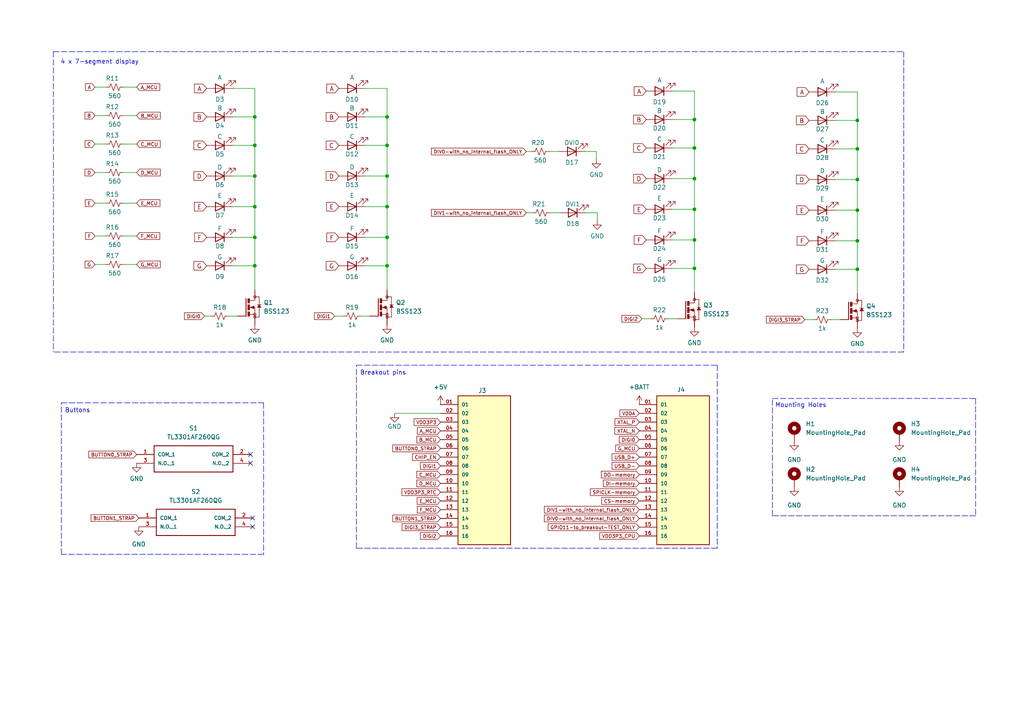
<source format=kicad_sch>
(kicad_sch (version 20211123) (generator eeschema)
  (paper "A4")
  (title_block (title "Peripherals for the watch") (date "2022-07-06") (rev "v0.1") (company "Lilordag"))
  (lib_symbols
    (symbol "BSS123:BSS123" (pin_numbers hide) (pin_names (offset 1.016) hide)
      (property "Reference" "Q" (at 2.54 0 0))
      (property "Value" "BSS123" (at 2.54 -2.54 0))
      (symbol "BSS123_0_0"
        (rectangle (start -2.032 -2.54) (end -1.524 -1.27) (fill (type outline)))
        (rectangle (start -2.032 -0.762) (end -1.524 0.762) (fill (type outline)))
        (rectangle (start -2.032 1.27) (end -1.524 2.54) (fill (type outline)))
        (circle (center 0 -2.794) (radius 0.3556))
        (circle (center 0 -2.032) (radius 0.3556))
        (polyline (pts (xy -2.54 2.54) (xy -2.54 -2.54)) (stroke (width 0.254)))
        (polyline (pts (xy -1.524 -2.032) (xy 0 -2.032)) (stroke (width 0.1524)))
        (polyline (pts (xy -1.524 0) (xy -1.27 0)) (stroke (width 0.1524)))
        (polyline (pts (xy -1.524 2.032) (xy 0 2.032)) (stroke (width 0.1524)))
        (polyline (pts (xy -1.27 0) (xy -1.016 0)) (stroke (width 0.1524)))
        (polyline (pts (xy -1.27 0) (xy -0.254 0.381)) (stroke (width 0.1524)))
        (polyline (pts (xy -1.016 0) (xy -0.889 0)) (stroke (width 0.1524)))
        (polyline (pts (xy -1.016 0) (xy -0.381 -0.254)) (stroke (width 0.254)))
        (polyline (pts (xy -0.889 0) (xy 0 0)) (stroke (width 0.1524)))
        (polyline (pts (xy -0.381 -0.254) (xy -0.381 0.254)) (stroke (width 0.254)))
        (polyline (pts (xy -0.381 0.254) (xy -0.889 0)) (stroke (width 0.254)))
        (polyline (pts (xy -0.254 -0.381) (xy -1.27 0)) (stroke (width 0.1524)))
        (polyline (pts (xy -0.254 0.381) (xy -0.254 -0.381)) (stroke (width 0.1524)))
        (polyline (pts (xy 0 -2.032) (xy 0 -2.794)) (stroke (width 0.1524)))
        (polyline (pts (xy 0 0) (xy 0 -2.032)) (stroke (width 0.1524)))
        (polyline (pts (xy 0 2.032) (xy 0 2.54)) (stroke (width 0.1524)))
        (polyline (pts (xy 0 3.048) (xy 1.27 3.048)) (stroke (width 0.1524)))
        (polyline (pts (xy 0.762 0) (xy 1.27 0.762)) (stroke (width 0.1524)))
        (polyline (pts (xy 1.016 0.127) (xy 1.524 0.127)) (stroke (width 0.254)))
        (polyline (pts (xy 1.27 -2.794) (xy 0 -2.794)) (stroke (width 0.1524)))
        (polyline (pts (xy 1.27 0.508) (xy 1.016 0.127)) (stroke (width 0.254)))
        (polyline (pts (xy 1.27 0.508) (xy 1.27 -2.794)) (stroke (width 0.1524)))
        (polyline (pts (xy 1.27 0.762) (xy 1.27 0.508)) (stroke (width 0.1524)))
        (polyline (pts (xy 1.27 0.762) (xy 1.778 0)) (stroke (width 0.1524)))
        (polyline (pts (xy 1.27 3.048) (xy 1.27 0.762)) (stroke (width 0.1524)))
        (polyline (pts (xy 1.524 0.127) (xy 1.27 0.508)) (stroke (width 0.254)))
        (polyline (pts (xy 1.778 0) (xy 0.762 0)) (stroke (width 0.1524)))
        (polyline (pts (xy 1.778 0.762) (xy 0.762 0.762)) (stroke (width 0.1524)))
        (circle (center 0 3.048) (radius 0.3556))
        (pin passive line (at -5.08 -2.54 0) (length 2.54) (name "~") (number "1"))
        (pin passive line (at 0 -5.08 90) (length 2.54) (name "~") (number "2"))
        (pin passive line (at 0 5.08 270) (length 2.54) (name "~") (number "3"))
      )
    )
    (symbol "Device:LED" (pin_numbers hide) (pin_names (offset 1.016) hide)
      (property "Reference" "D" (at 0 2.54 0))
      (property "Value" "LED" (at 0 -2.54 0))
      (symbol "LED_0_1"
        (polyline (pts (xy -1.27 -1.27) (xy -1.27 1.27)) (stroke (width 0.254)))
        (polyline (pts (xy -1.27 0) (xy 1.27 0)))
        (polyline (pts (xy 1.27 -1.27) (xy 1.27 1.27) (xy -1.27 0) (xy 1.27 -1.27)) (stroke (width 0.254)))
        (polyline (pts (xy -3.048 -0.762) (xy -4.572 -2.286) (xy -3.81 -2.286) (xy -4.572 -2.286) (xy -4.572 -1.524)))
        (polyline (pts (xy -1.778 -0.762) (xy -3.302 -2.286) (xy -2.54 -2.286) (xy -3.302 -2.286) (xy -3.302 -1.524)))
      )
      (symbol "LED_1_1"
        (pin passive line (at -3.81 0 0) (length 2.54) (name "K") (number "1"))
        (pin passive line (at 3.81 0 180) (length 2.54) (name "A") (number "2"))
      )
    )
    (symbol "Device:R_Small_US" (pin_numbers hide) (pin_names (offset 0.254) hide)
      (property "Reference" "R" (at 0.762 0.508 0))
      (property "Value" "R_Small_US" (at 0.762 -1.016 0))
      (symbol "R_Small_US_1_1"
        (polyline (pts (xy 0 0) (xy 1.016 -0.381) (xy 0 -0.762) (xy -1.016 -1.143) (xy 0 -1.524)))
        (polyline (pts (xy 0 1.524) (xy 1.016 1.143) (xy 0 0.762) (xy -1.016 0.381) (xy 0 0)))
        (pin passive line (at 0 2.54 270) (length 1.016) (name "~") (number "1"))
        (pin passive line (at 0 -2.54 90) (length 1.016) (name "~") (number "2"))
      )
    )
    (symbol "Mechanical:MountingHole_Pad" (pin_numbers hide) (pin_names (offset 1.016) hide)
      (property "Reference" "H" (at 0 6.35 0))
      (property "Value" "MountingHole_Pad" (at 0 4.445 0))
      (symbol "MountingHole_Pad_0_1"
        (circle (center 0 1.27) (radius 1.27) (stroke (width 1.27)))
      )
      (symbol "MountingHole_Pad_1_1"
        (pin input line (at 0 -2.54 90) (length 2.54) (name "1") (number "1"))
      )
    )
    (symbol "TL3301AF260QG:TL3301AF260QG" (pin_names (offset 1.016))
      (property "Reference" "S" (at 29.21 7.62 0))
      (property "Value" "TL3301AF260QG" (at 29.21 5.08 0))
      (symbol "TL3301AF260QG_0_0"
        (polyline (pts (xy 5.08 2.54) (xy 5.08 -5.08)) (stroke (width 0.254)))
        (polyline (pts (xy 5.08 2.54) (xy 27.94 2.54)) (stroke (width 0.254)))
        (polyline (pts (xy 27.94 -5.08) (xy 5.08 -5.08)) (stroke (width 0.254)))
        (polyline (pts (xy 27.94 -5.08) (xy 27.94 2.54)) (stroke (width 0.254)))
        (pin bidirectional line (at 0 0 0) (length 5.08) (name "COM_1") (number "1"))
        (pin bidirectional line (at 33.02 0 180) (length 5.08) (name "COM_2") (number "2"))
        (pin bidirectional line (at 0 -2.54 0) (length 5.08) (name "N.O._1") (number "3"))
        (pin bidirectional line (at 33.02 -2.54 180) (length 5.08) (name "N.O._2") (number "4"))
      )
    )
    (symbol "TSW-116-07-H-S:TSW-116-07-H-S" (pin_names (offset 1.016))
      (property "Reference" "J" (at -8.128 22.86 0))
      (property "Value" "TSW-116-07-H-S" (at -7.62 -22.86 0))
      (symbol "TSW-116-07-H-S_0_0"
        (rectangle (start -7.62 -20.32) (end 7.62 22.86) (stroke (width 0.254)) (fill (type background)))
        (pin passive line (at -12.7 20.32 0) (length 5.08) (name "01") (number "01"))
        (pin passive line (at -12.7 17.78 0) (length 5.08) (name "02") (number "02"))
        (pin passive line (at -12.7 15.24 0) (length 5.08) (name "03") (number "03"))
        (pin passive line (at -12.7 12.7 0) (length 5.08) (name "04") (number "04"))
        (pin passive line (at -12.7 10.16 0) (length 5.08) (name "05") (number "05"))
        (pin passive line (at -12.7 7.62 0) (length 5.08) (name "06") (number "06"))
        (pin passive line (at -12.7 5.08 0) (length 5.08) (name "07") (number "07"))
        (pin passive line (at -12.7 2.54 0) (length 5.08) (name "08") (number "08"))
        (pin passive line (at -12.7 0 0) (length 5.08) (name "09") (number "09"))
        (pin passive line (at -12.7 -2.54 0) (length 5.08) (name "10") (number "10"))
        (pin passive line (at -12.7 -5.08 0) (length 5.08) (name "11") (number "11"))
        (pin passive line (at -12.7 -7.62 0) (length 5.08) (name "12") (number "12"))
        (pin passive line (at -12.7 -10.16 0) (length 5.08) (name "13") (number "13"))
        (pin passive line (at -12.7 -12.7 0) (length 5.08) (name "14") (number "14"))
        (pin passive line (at -12.7 -15.24 0) (length 5.08) (name "15") (number "15"))
        (pin passive line (at -12.7 -17.78 0) (length 5.08) (name "16") (number "16"))
      )
    )
    (symbol "power:+5V" (power) (pin_names (offset 0))
      (property "Value" "+5V" (at 0 3.556 0))
      (symbol "+5V_0_1"
        (polyline (pts (xy -0.762 1.27) (xy 0 2.54)))
        (polyline (pts (xy 0 0) (xy 0 2.54)))
        (polyline (pts (xy 0 2.54) (xy 0.762 1.27)))
      )
      (symbol "+5V_1_1"
        (pin power_in line (at 0 0 90) (length 0) hide (name "+5V") (number "1"))
      )
    )
    (symbol "power:+BATT" (power) (pin_names (offset 0))
      (property "Value" "+BATT" (at 0 3.556 0))
      (symbol "+BATT_0_1"
        (polyline (pts (xy -0.762 1.27) (xy 0 2.54)))
        (polyline (pts (xy 0 0) (xy 0 2.54)))
        (polyline (pts (xy 0 2.54) (xy 0.762 1.27)))
      )
      (symbol "+BATT_1_1"
        (pin power_in line (at 0 0 90) (length 0) hide (name "+BATT") (number "1"))
      )
    )
    (symbol "power:GND" (power) (pin_names (offset 0))
      (property "Value" "GND" (at 0 -3.81 0))
      (symbol "GND_0_1"
        (polyline (pts (xy 0 0) (xy 0 -1.27) (xy 1.27 -1.27) (xy 0 -2.54) (xy -1.27 -1.27) (xy 0 -1.27)))
      )
      (symbol "GND_1_1"
        (pin power_in line (at 0 0 270) (length 0) hide (name "GND") (number "1"))
      )
    )
  )
  (junction (at 73.914 68.834))
  (junction (at 73.914 59.944))
  (junction (at 73.914 33.909))
  (junction (at 73.914 51.054))
  (junction (at 201.422 60.706))
  (junction (at 248.666 52.07))
  (junction (at 112.268 77.089))
  (junction (at 201.422 42.926))
  (junction (at 248.666 78.105))
  (junction (at 112.268 68.834))
  (junction (at 112.268 42.164))
  (junction (at 248.666 43.18))
  (junction (at 112.268 51.054))
  (junction (at 201.422 51.816))
  (junction (at 248.666 69.85))
  (junction (at 201.422 77.851))
  (junction (at 73.914 77.089))
  (junction (at 248.666 60.96))
  (junction (at 248.666 34.925))
  (junction (at 73.914 42.164))
  (junction (at 201.422 69.596))
  (junction (at 112.268 59.944))
  (junction (at 201.422 34.671))
  (junction (at 112.268 33.909))
  (no_connect (at 72.644 131.826))
  (no_connect (at 72.644 134.366))
  (no_connect (at 73.279 150.241))
  (no_connect (at 73.279 152.781))
  (wire (pts (xy 242.316 52.07) (xy 248.666 52.07)))
  (polyline (pts (xy 15.494 14.986) (xy 262.128 14.986)))
  (wire (pts (xy 201.422 77.851) (xy 201.422 84.836)))
  (wire (pts (xy 105.918 59.944) (xy 112.268 59.944)))
  (wire (pts (xy 105.918 68.834) (xy 112.268 68.834)))
  (wire (pts (xy 27.559 25.273) (xy 30.734 25.273)))
  (wire (pts (xy 67.564 51.054) (xy 73.914 51.054)))
  (wire (pts (xy 242.316 26.67) (xy 248.666 26.67)))
  (wire (pts (xy 112.268 51.054) (xy 112.268 59.944)))
  (wire (pts (xy 112.268 59.944) (xy 112.268 68.834)))
  (wire (pts (xy 67.564 33.909) (xy 73.914 33.909)))
  (wire (pts (xy 112.268 33.909) (xy 112.268 42.164)))
  (wire (pts (xy 201.422 34.671) (xy 201.422 42.926)))
  (wire (pts (xy 105.918 42.164) (xy 112.268 42.164)))
  (wire (pts (xy 112.268 42.164) (xy 112.268 51.054)))
  (polyline (pts (xy 208.026 105.918) (xy 208.026 159.004)))
  (wire (pts (xy 248.666 52.07) (xy 248.666 60.96)))
  (wire (pts (xy 195.072 69.596) (xy 201.422 69.596)))
  (polyline (pts (xy 224.028 149.606) (xy 224.028 115.57)))
  (wire (pts (xy 201.422 69.596) (xy 201.422 77.851)))
  (polyline (pts (xy 17.78 116.84) (xy 76.454 116.84)))
  (wire (pts (xy 233.426 92.71) (xy 235.966 92.71)))
  (wire (pts (xy 73.914 51.054) (xy 73.914 59.944)))
  (polyline (pts (xy 76.454 160.782) (xy 17.78 160.782)))
  (wire (pts (xy 112.268 77.089) (xy 112.268 84.074)))
  (wire (pts (xy 241.046 92.71) (xy 243.586 92.71)))
  (wire (pts (xy 105.918 25.654) (xy 112.268 25.654)))
  (wire (pts (xy 169.672 43.942) (xy 172.974 43.942)))
  (wire (pts (xy 248.666 43.18) (xy 248.666 52.07)))
  (wire (pts (xy 242.316 60.96) (xy 248.666 60.96)))
  (wire (pts (xy 27.559 58.928) (xy 30.734 58.928)))
  (wire (pts (xy 169.926 61.722) (xy 173.228 61.722)))
  (polyline (pts (xy 224.028 115.57) (xy 282.956 115.57)))
  (wire (pts (xy 35.814 58.928) (xy 39.624 58.928)))
  (wire (pts (xy 159.512 61.722) (xy 162.306 61.722)))
  (wire (pts (xy 195.072 60.706) (xy 201.422 60.706)))
  (wire (pts (xy 242.316 78.105) (xy 248.666 78.105)))
  (wire (pts (xy 73.914 25.654) (xy 73.914 33.909)))
  (wire (pts (xy 35.814 50.038) (xy 39.624 50.038)))
  (wire (pts (xy 73.914 33.909) (xy 73.914 42.164)))
  (wire (pts (xy 201.422 60.706) (xy 201.422 69.596)))
  (wire (pts (xy 105.918 33.909) (xy 112.268 33.909)))
  (wire (pts (xy 67.564 68.834) (xy 73.914 68.834)))
  (wire (pts (xy 35.814 33.528) (xy 39.624 33.528)))
  (wire (pts (xy 172.974 43.942) (xy 172.974 46.228)))
  (polyline (pts (xy 282.956 149.606) (xy 224.028 149.606)))
  (polyline (pts (xy 76.454 116.84) (xy 76.454 160.782)))
  (wire (pts (xy 35.814 41.783) (xy 39.624 41.783)))
  (wire (pts (xy 242.316 69.85) (xy 248.666 69.85)))
  (wire (pts (xy 195.072 26.416) (xy 201.422 26.416)))
  (wire (pts (xy 105.918 77.089) (xy 112.268 77.089)))
  (wire (pts (xy 248.666 78.105) (xy 248.666 85.09)))
  (polyline (pts (xy 262.128 102.108) (xy 15.494 102.108)))
  (wire (pts (xy 152.654 61.722) (xy 154.432 61.722)))
  (polyline (pts (xy 15.494 14.986) (xy 15.494 102.108)))
  (polyline (pts (xy 17.78 160.782) (xy 17.78 116.84)))
  (wire (pts (xy 73.914 68.834) (xy 73.914 77.089)))
  (wire (pts (xy 27.559 33.528) (xy 30.734 33.528)))
  (wire (pts (xy 67.564 42.164) (xy 73.914 42.164)))
  (wire (pts (xy 59.309 91.694) (xy 61.214 91.694)))
  (wire (pts (xy 105.918 51.054) (xy 112.268 51.054)))
  (wire (pts (xy 35.814 25.273) (xy 39.624 25.273)))
  (wire (pts (xy 27.559 41.783) (xy 30.734 41.783)))
  (wire (pts (xy 27.559 68.453) (xy 30.734 68.453)))
  (wire (pts (xy 242.316 34.925) (xy 248.666 34.925)))
  (wire (pts (xy 112.268 25.654) (xy 112.268 33.909)))
  (polyline (pts (xy 103.378 159.004) (xy 103.378 105.918)))
  (wire (pts (xy 248.666 34.925) (xy 248.666 43.18)))
  (wire (pts (xy 195.072 51.816) (xy 201.422 51.816)))
  (wire (pts (xy 186.182 92.456) (xy 188.722 92.456)))
  (wire (pts (xy 112.268 68.834) (xy 112.268 77.089)))
  (wire (pts (xy 195.072 77.851) (xy 201.422 77.851)))
  (wire (pts (xy 114.427 119.888) (xy 127.762 119.888)))
  (polyline (pts (xy 262.128 14.986) (xy 262.128 102.108)))
  (wire (pts (xy 193.802 92.456) (xy 196.342 92.456)))
  (wire (pts (xy 97.028 91.694) (xy 99.568 91.694)))
  (wire (pts (xy 195.072 34.671) (xy 201.422 34.671)))
  (wire (pts (xy 201.422 26.416) (xy 201.422 34.671)))
  (wire (pts (xy 248.666 69.85) (xy 248.666 78.105)))
  (polyline (pts (xy 282.956 115.57) (xy 282.956 149.606)))
  (wire (pts (xy 27.559 50.038) (xy 30.734 50.038)))
  (wire (pts (xy 195.072 42.926) (xy 201.422 42.926)))
  (wire (pts (xy 35.814 68.453) (xy 39.624 68.453)))
  (wire (pts (xy 152.654 43.942) (xy 154.178 43.942)))
  (wire (pts (xy 67.564 59.944) (xy 73.914 59.944)))
  (wire (pts (xy 73.914 77.089) (xy 73.914 84.074)))
  (wire (pts (xy 67.564 77.089) (xy 73.914 77.089)))
  (wire (pts (xy 27.559 76.708) (xy 30.734 76.708)))
  (wire (pts (xy 242.316 43.18) (xy 248.666 43.18)))
  (wire (pts (xy 73.914 59.944) (xy 73.914 68.834)))
  (wire (pts (xy 35.814 76.708) (xy 39.624 76.708)))
  (wire (pts (xy 66.294 91.694) (xy 68.834 91.694)))
  (wire (pts (xy 173.228 61.722) (xy 173.228 64.008)))
  (wire (pts (xy 104.648 91.694) (xy 107.188 91.694)))
  (wire (pts (xy 159.258 43.942) (xy 162.052 43.942)))
  (wire (pts (xy 248.666 26.67) (xy 248.666 34.925)))
  (wire (pts (xy 67.564 25.654) (xy 73.914 25.654)))
  (polyline (pts (xy 103.378 105.918) (xy 208.026 105.918)))
  (wire (pts (xy 248.666 60.96) (xy 248.666 69.85)))
  (wire (pts (xy 201.422 51.816) (xy 201.422 60.706)))
  (wire (pts (xy 201.422 42.926) (xy 201.422 51.816)))
  (polyline (pts (xy 208.026 159.004) (xy 103.378 159.004)))
  (wire (pts (xy 73.914 42.164) (xy 73.914 51.054)))
  (text "Breakout pins" (at 104.394 108.966 0) (effects (font (size 1.27 1.27)) (justify left bottom)))
  (text "4 x 7-segment display" (at 17.526 18.796 0) (effects (font (size 1.27 1.27)) (justify left bottom)))
  (text "Buttons" (at 18.796 119.888 0) (effects (font (size 1.27 1.27)) (justify left bottom)))
  (text "Mounting Holes" (at 224.79 118.364 0) (effects (font (size 1.27 1.27)) (justify left bottom)))
  (global_label "B" (shape input) (at 187.452 34.671 180) (property "Intersheet References" "${INTERSHEET_REFS}" (effects hide)))
  (global_label "VDDA" (shape input) (at 185.42 119.888 180) (effects (font (size 1 1))) (property "Intersheet References" "${INTERSHEET_REFS}" (effects hide)))
  (global_label "C" (shape input) (at 27.559 41.783 180) (effects (font (size 1 1))) (property "Intersheet References" "${INTERSHEET_REFS}" (effects hide)))
  (global_label "BUTTON1_STRAP" (shape input) (at 127.762 150.368 180) (effects (font (size 1 1))) (property "Intersheet References" "${INTERSHEET_REFS}" (effects hide)))
  (global_label "A" (shape input) (at 234.696 26.67 180) (property "Intersheet References" "${INTERSHEET_REFS}" (effects hide)))
  (global_label "B" (shape input) (at 234.696 34.925 180) (property "Intersheet References" "${INTERSHEET_REFS}" (effects hide)))
  (global_label "F" (shape input) (at 27.559 68.453 180) (effects (font (size 1 1))) (property "Intersheet References" "${INTERSHEET_REFS}" (effects hide)))
  (global_label "E" (shape input) (at 59.944 59.944 180) (property "Intersheet References" "${INTERSHEET_REFS}" (effects hide)))
  (global_label "G" (shape input) (at 98.298 77.089 180) (property "Intersheet References" "${INTERSHEET_REFS}" (effects hide)))
  (global_label "DIV1-with_no_internal_flash_ONLY" (shape input) (at 152.654 61.722 180) (effects (font (size 1 1))) (property "Intersheet References" "${INTERSHEET_REFS}" (effects hide)))
  (global_label "DI-memory" (shape input) (at 185.42 140.208 180) (effects (font (size 1 1))) (property "Intersheet References" "${INTERSHEET_REFS}" (effects hide)))
  (global_label "F" (shape input) (at 234.696 69.85 180) (property "Intersheet References" "${INTERSHEET_REFS}" (effects hide)))
  (global_label "D" (shape input) (at 59.944 51.054 180) (property "Intersheet References" "${INTERSHEET_REFS}" (effects hide)))
  (global_label "BUTTON1_STRAP" (shape input) (at 40.259 150.241 180) (effects (font (size 1 1))) (property "Intersheet References" "${INTERSHEET_REFS}" (effects hide)))
  (global_label "G" (shape input) (at 187.452 77.851 180) (property "Intersheet References" "${INTERSHEET_REFS}" (effects hide)))
  (global_label "BUTTON0_STRAP" (shape input) (at 39.624 131.826 180) (effects (font (size 1 1))) (property "Intersheet References" "${INTERSHEET_REFS}" (effects hide)))
  (global_label "F" (shape input) (at 98.298 68.834 180) (property "Intersheet References" "${INTERSHEET_REFS}" (effects hide)))
  (global_label "A" (shape input) (at 187.452 26.416 180) (property "Intersheet References" "${INTERSHEET_REFS}" (effects hide)))
  (global_label "C_MCU" (shape input) (at 127.762 137.668 180) (effects (font (size 1 1))) (property "Intersheet References" "${INTERSHEET_REFS}" (effects hide)))
  (global_label "VDD3P3_CPU" (shape input) (at 185.42 155.448 180) (effects (font (size 1 1))) (property "Intersheet References" "${INTERSHEET_REFS}" (effects hide)))
  (global_label "B" (shape input) (at 98.298 33.909 180) (property "Intersheet References" "${INTERSHEET_REFS}" (effects hide)))
  (global_label "USB_D-" (shape input) (at 185.42 135.128 180) (effects (font (size 1 1))) (property "Intersheet References" "${INTERSHEET_REFS}" (effects hide)))
  (global_label "B_MCU" (shape input) (at 39.624 33.528 0) (effects (font (size 1 1))) (property "Intersheet References" "${INTERSHEET_REFS}" (effects hide)))
  (global_label "G" (shape input) (at 27.559 76.708 180) (effects (font (size 1 1))) (property "Intersheet References" "${INTERSHEET_REFS}" (effects hide)))
  (global_label "D" (shape input) (at 187.452 51.816 180) (property "Intersheet References" "${INTERSHEET_REFS}" (effects hide)))
  (global_label "DIV1-with_no_internal_flash_ONLY" (shape input) (at 185.42 147.828 180) (effects (font (size 1 1))) (property "Intersheet References" "${INTERSHEET_REFS}" (effects hide)))
  (global_label "XTAL_N" (shape input) (at 185.42 124.968 180) (effects (font (size 1 1))) (property "Intersheet References" "${INTERSHEET_REFS}" (effects hide)))
  (global_label "A_MCU" (shape input) (at 127.762 124.968 180) (effects (font (size 1 1))) (property "Intersheet References" "${INTERSHEET_REFS}" (effects hide)))
  (global_label "VDD3P3_RTC" (shape input) (at 127.762 142.748 180) (effects (font (size 1 1))) (property "Intersheet References" "${INTERSHEET_REFS}" (effects hide)))
  (global_label "E_MCU" (shape input) (at 39.624 58.928 0) (effects (font (size 1 1))) (property "Intersheet References" "${INTERSHEET_REFS}" (effects hide)))
  (global_label "F_MCU" (shape input) (at 127.762 147.828 180) (effects (font (size 1 1))) (property "Intersheet References" "${INTERSHEET_REFS}" (effects hide)))
  (global_label "DIGI3_STRAP" (shape input) (at 233.426 92.71 180) (effects (font (size 1 1))) (property "Intersheet References" "${INTERSHEET_REFS}" (effects hide)))
  (global_label "B_MCU" (shape input) (at 127.762 127.508 180) (effects (font (size 1 1))) (property "Intersheet References" "${INTERSHEET_REFS}" (effects hide)))
  (global_label "BUTTON0_STRAP" (shape input) (at 127.762 130.048 180) (effects (font (size 1 1))) (property "Intersheet References" "${INTERSHEET_REFS}" (effects hide)))
  (global_label "E" (shape input) (at 98.298 59.944 180) (property "Intersheet References" "${INTERSHEET_REFS}" (effects hide)))
  (global_label "D_MCU" (shape input) (at 39.624 50.038 0) (effects (font (size 1 1))) (property "Intersheet References" "${INTERSHEET_REFS}" (effects hide)))
  (global_label "SPICLK-memory" (shape input) (at 185.42 142.748 180) (effects (font (size 1 1))) (property "Intersheet References" "${INTERSHEET_REFS}" (effects hide)))
  (global_label "C" (shape input) (at 59.944 42.164 180) (property "Intersheet References" "${INTERSHEET_REFS}" (effects hide)))
  (global_label "DIGI2" (shape input) (at 186.182 92.456 180) (effects (font (size 1 1))) (property "Intersheet References" "${INTERSHEET_REFS}" (effects hide)))
  (global_label "F" (shape input) (at 187.452 69.596 180) (property "Intersheet References" "${INTERSHEET_REFS}" (effects hide)))
  (global_label "F" (shape input) (at 59.944 68.834 180) (property "Intersheet References" "${INTERSHEET_REFS}" (effects hide)))
  (global_label "DIV0-with_no_internal_flash_ONLY" (shape input) (at 152.654 43.942 180) (effects (font (size 1 1))) (property "Intersheet References" "${INTERSHEET_REFS}" (effects hide)))
  (global_label "VDD3P3" (shape input) (at 127.762 122.428 180) (effects (font (size 1 1))) (property "Intersheet References" "${INTERSHEET_REFS}" (effects hide)))
  (global_label "A" (shape input) (at 27.559 25.273 180) (effects (font (size 1 1))) (property "Intersheet References" "${INTERSHEET_REFS}" (effects hide)))
  (global_label "CHIP_EN" (shape input) (at 127.762 132.588 180) (effects (font (size 1 1))) (property "Intersheet References" "${INTERSHEET_REFS}" (effects hide)))
  (global_label "C" (shape input) (at 187.452 42.926 180) (property "Intersheet References" "${INTERSHEET_REFS}" (effects hide)))
  (global_label "G" (shape input) (at 59.944 77.089 180) (property "Intersheet References" "${INTERSHEET_REFS}" (effects hide)))
  (global_label "DIGI2" (shape input) (at 127.762 155.448 180) (effects (font (size 1 1))) (property "Intersheet References" "${INTERSHEET_REFS}" (effects hide)))
  (global_label "DIGI3_STRAP" (shape input) (at 127.762 152.908 180) (effects (font (size 1 1))) (property "Intersheet References" "${INTERSHEET_REFS}" (effects hide)))
  (global_label "DIGI0" (shape input) (at 59.309 91.694 180) (effects (font (size 1 1))) (property "Intersheet References" "${INTERSHEET_REFS}" (effects hide)))
  (global_label "F_MCU" (shape input) (at 39.624 68.453 0) (effects (font (size 1 1))) (property "Intersheet References" "${INTERSHEET_REFS}" (effects hide)))
  (global_label "C" (shape input) (at 98.298 42.164 180) (property "Intersheet References" "${INTERSHEET_REFS}" (effects hide)))
  (global_label "DIGI1" (shape input) (at 127.762 135.128 180) (effects (font (size 1 1))) (property "Intersheet References" "${INTERSHEET_REFS}" (effects hide)))
  (global_label "DIGI1" (shape input) (at 97.028 91.694 180) (effects (font (size 1 1))) (property "Intersheet References" "${INTERSHEET_REFS}" (effects hide)))
  (global_label "E_MCU" (shape input) (at 127.762 145.288 180) (effects (font (size 1 1))) (property "Intersheet References" "${INTERSHEET_REFS}" (effects hide)))
  (global_label "D" (shape input) (at 27.559 50.038 180) (effects (font (size 1 1))) (property "Intersheet References" "${INTERSHEET_REFS}" (effects hide)))
  (global_label "D" (shape input) (at 234.696 52.07 180) (property "Intersheet References" "${INTERSHEET_REFS}" (effects hide)))
  (global_label "CS-memory" (shape input) (at 185.42 145.288 180) (effects (font (size 1 1))) (property "Intersheet References" "${INTERSHEET_REFS}" (effects hide)))
  (global_label "B" (shape input) (at 59.944 33.909 180) (property "Intersheet References" "${INTERSHEET_REFS}" (effects hide)))
  (global_label "E" (shape input) (at 234.696 60.96 180) (property "Intersheet References" "${INTERSHEET_REFS}" (effects hide)))
  (global_label "D_MCU" (shape input) (at 127.762 140.208 180) (effects (font (size 1 1))) (property "Intersheet References" "${INTERSHEET_REFS}" (effects hide)))
  (global_label "D" (shape input) (at 98.298 51.054 180) (property "Intersheet References" "${INTERSHEET_REFS}" (effects hide)))
  (global_label "XTAL_P" (shape input) (at 185.42 122.428 180) (effects (font (size 1 1))) (property "Intersheet References" "${INTERSHEET_REFS}" (effects hide)))
  (global_label "C" (shape input) (at 234.696 43.18 180) (property "Intersheet References" "${INTERSHEET_REFS}" (effects hide)))
  (global_label "B" (shape input) (at 27.559 33.528 180) (effects (font (size 1 1))) (property "Intersheet References" "${INTERSHEET_REFS}" (effects hide)))
  (global_label "USB_D+" (shape input) (at 185.42 132.588 180) (effects (font (size 1 1))) (property "Intersheet References" "${INTERSHEET_REFS}" (effects hide)))
  (global_label "A" (shape input) (at 98.298 25.654 180) (property "Intersheet References" "${INTERSHEET_REFS}" (effects hide)))
  (global_label "A_MCU" (shape input) (at 39.624 25.273 0) (effects (font (size 1 1))) (property "Intersheet References" "${INTERSHEET_REFS}" (effects hide)))
  (global_label "G" (shape input) (at 234.696 78.105 180) (property "Intersheet References" "${INTERSHEET_REFS}" (effects hide)))
  (global_label "A" (shape input) (at 59.944 25.654 180) (property "Intersheet References" "${INTERSHEET_REFS}" (effects hide)))
  (global_label "DIV0-with_no_internal_flash_ONLY" (shape input) (at 185.42 150.368 180) (effects (font (size 1 1))) (property "Intersheet References" "${INTERSHEET_REFS}" (effects hide)))
  (global_label "E" (shape input) (at 27.559 58.928 180) (effects (font (size 1 1))) (property "Intersheet References" "${INTERSHEET_REFS}" (effects hide)))
  (global_label "DIGI0" (shape input) (at 185.42 127.508 180) (effects (font (size 1 1))) (property "Intersheet References" "${INTERSHEET_REFS}" (effects hide)))
  (global_label "C_MCU" (shape input) (at 39.624 41.783 0) (effects (font (size 1 1))) (property "Intersheet References" "${INTERSHEET_REFS}" (effects hide)))
  (global_label "E" (shape input) (at 187.452 60.706 180) (property "Intersheet References" "${INTERSHEET_REFS}" (effects hide)))
  (global_label "G_MCU" (shape input) (at 185.42 130.048 180) (effects (font (size 1 1))) (property "Intersheet References" "${INTERSHEET_REFS}" (effects hide)))
  (global_label "GPIO11-to_breakout-TEST_ONLY" (shape input) (at 185.42 152.908 180) (effects (font (size 1 1))) (property "Intersheet References" "${INTERSHEET_REFS}" (effects hide)))
  (global_label "DO-memory" (shape input) (at 185.42 137.668 180) (effects (font (size 1 1))) (property "Intersheet References" "${INTERSHEET_REFS}" (effects hide)))
  (global_label "G_MCU" (shape input) (at 39.624 76.708 0) (effects (font (size 1 1))) (property "Intersheet References" "${INTERSHEET_REFS}" (effects hide)))
  (symbol (lib_id "power:GND") (at 230.378 141.224 0) (unit 1)
    (property "Reference" "#PWR053" (effects hide))
    (property "Value" "GND" (at 230.378 146.558 0))
  )
  (symbol (lib_id "BSS123:BSS123") (at 201.422 89.916 0) (unit 1)
    (property "Reference" "Q3" (at 203.962 88.5189 0) (effects (justify left)))
    (property "Value" "BSS123" (at 203.962 91.0589 0) (effects (justify left)))
    (property "Footprint" "MOSFET-BSS123:SOT23" (effects hide))
  )
  (symbol (lib_id "Device:R_Small_US") (at 63.754 91.694 90) (unit 1)
    (property "Reference" "R18" (at 63.754 89.154 90))
    (property "Value" "1k" (at 63.754 94.234 90))
    (property "Footprint" "Resistor_SMD:R_0402_1005Metric_Pad0.72x0.64mm_HandSolder" (effects hide))
  )
  (symbol (lib_id "Device:LED") (at 63.754 33.909 180) (unit 1)
    (property "Reference" "D4" (at 63.754 36.449 0))
    (property "Value" "B" (at 63.754 31.369 0))
    (property "Footprint" "LED_SMD:LED_0603_1608Metric" (effects hide))
  )
  (symbol (lib_id "Device:LED") (at 191.262 77.851 180) (unit 1)
    (property "Reference" "D25" (at 191.262 81.026 0))
    (property "Value" "G" (at 191.262 75.311 0))
    (property "Footprint" "LED_SMD:LED_0603_1608Metric" (effects hide))
  )
  (symbol (lib_id "Device:R_Small_US") (at 156.972 61.722 90) (unit 1)
    (property "Reference" "R21" (at 158.242 59.182 90) (effects (justify left)))
    (property "Value" "560" (at 158.877 64.262 90) (effects (justify left)))
    (property "Footprint" "Resistor_SMD:R_0402_1005Metric_Pad0.72x0.64mm_HandSolder" (effects hide))
  )
  (symbol (lib_id "Device:R_Small_US") (at 191.262 92.456 90) (unit 1)
    (property "Reference" "R22" (at 191.262 89.916 90))
    (property "Value" "1k" (at 191.262 94.996 90))
    (property "Footprint" "Resistor_SMD:R_0402_1005Metric_Pad0.72x0.64mm_HandSolder" (effects hide))
  )
  (symbol (lib_id "Device:LED") (at 191.262 34.671 180) (unit 1)
    (property "Reference" "D20" (at 191.262 37.211 0))
    (property "Value" "B" (at 191.262 32.131 0))
    (property "Footprint" "LED_SMD:LED_0603_1608Metric" (effects hide))
  )
  (symbol (lib_id "BSS123:BSS123") (at 73.914 89.154 0) (unit 1)
    (property "Reference" "Q1" (at 76.454 87.7569 0) (effects (justify left)))
    (property "Value" "BSS123" (at 76.454 90.2969 0) (effects (justify left)))
    (property "Footprint" "MOSFET-BSS123:SOT23" (effects hide))
  )
  (symbol (lib_id "Device:LED") (at 238.506 52.07 180) (unit 1)
    (property "Reference" "D29" (at 238.506 54.61 0))
    (property "Value" "D" (at 238.506 49.53 0))
    (property "Footprint" "LED_SMD:LED_0603_1608Metric" (effects hide))
  )
  (symbol (lib_id "power:GND") (at 39.624 134.366 0) (unit 1)
    (property "Reference" "#PWR041" (effects hide))
    (property "Value" "GND" (at 39.624 138.811 0))
  )
  (symbol (lib_id "Device:LED") (at 102.108 33.909 180) (unit 1)
    (property "Reference" "D11" (at 102.108 36.449 0))
    (property "Value" "B" (at 102.108 31.369 0))
    (property "Footprint" "LED_SMD:LED_0603_1608Metric" (effects hide))
  )
  (symbol (lib_id "Device:LED") (at 63.754 59.944 180) (unit 1)
    (property "Reference" "D7" (at 63.754 62.484 0))
    (property "Value" "E" (at 63.754 56.769 0))
    (property "Footprint" "LED_SMD:LED_0603_1608Metric" (effects hide))
  )
  (symbol (lib_id "power:+BATT") (at 185.42 117.348 0) (unit 1)
    (property "Reference" "#PWR049" (effects hide))
    (property "Value" "+BATT" (at 185.42 112.268 0))
  )
  (symbol (lib_id "Device:LED") (at 238.506 26.67 180) (unit 1)
    (property "Reference" "D26" (at 238.506 29.845 0))
    (property "Value" "A" (at 238.506 23.495 0))
    (property "Footprint" "LED_SMD:LED_0603_1608Metric" (effects hide))
  )
  (symbol (lib_id "Device:R_Small_US") (at 156.718 43.942 90) (unit 1)
    (property "Reference" "R20" (at 157.988 41.402 90) (effects (justify left)))
    (property "Value" "560" (at 158.623 46.482 90) (effects (justify left)))
    (property "Footprint" "Resistor_SMD:R_0402_1005Metric_Pad0.72x0.64mm_HandSolder" (effects hide))
  )
  (symbol (lib_id "Device:LED") (at 102.108 68.834 180) (unit 1)
    (property "Reference" "D15" (at 102.108 71.374 0))
    (property "Value" "F" (at 102.108 66.294 0))
    (property "Footprint" "LED_SMD:LED_0603_1608Metric" (effects hide))
  )
  (symbol (lib_id "Device:LED") (at 191.262 69.596 180) (unit 1)
    (property "Reference" "D24" (at 191.262 72.136 0))
    (property "Value" "F" (at 191.262 67.056 0))
    (property "Footprint" "LED_SMD:LED_0603_1608Metric" (effects hide))
  )
  (symbol (lib_id "power:GND") (at 73.914 94.234 0) (unit 1)
    (property "Reference" "#PWR043" (effects hide))
    (property "Value" "GND" (at 73.914 98.679 0))
  )
  (symbol (lib_id "power:GND") (at 112.268 94.234 0) (unit 1)
    (property "Reference" "#PWR045" (effects hide))
    (property "Value" "GND" (at 112.268 98.679 0))
  )
  (symbol (lib_id "Device:LED") (at 63.754 25.654 180) (unit 1)
    (property "Reference" "D3" (at 63.754 28.829 0))
    (property "Value" "A" (at 63.754 22.479 0))
    (property "Footprint" "LED_SMD:LED_0603_1608Metric" (effects hide))
  )
  (symbol (lib_id "Device:R_Small_US") (at 33.274 76.708 90) (unit 1)
    (property "Reference" "R17" (at 34.544 74.168 90) (effects (justify left)))
    (property "Value" "560" (at 35.179 79.248 90) (effects (justify left)))
    (property "Footprint" "Resistor_SMD:R_0402_1005Metric_Pad0.72x0.64mm_HandSolder" (effects hide))
  )
  (symbol (lib_id "Device:LED") (at 166.116 61.722 180) (unit 1)
    (property "Reference" "D18" (at 166.116 64.897 0))
    (property "Value" "DVI1" (at 166.116 59.182 0))
    (property "Footprint" "LED_SMD:LED_0603_1608Metric" (effects hide))
  )
  (symbol (lib_id "Device:R_Small_US") (at 238.506 92.71 90) (unit 1)
    (property "Reference" "R23" (at 238.506 90.17 90))
    (property "Value" "1k" (at 238.506 95.25 90))
    (property "Footprint" "Resistor_SMD:R_0402_1005Metric_Pad0.72x0.64mm_HandSolder" (effects hide))
  )
  (symbol (lib_id "Device:LED") (at 102.108 59.944 180) (unit 1)
    (property "Reference" "D14" (at 102.108 62.484 0))
    (property "Value" "E" (at 102.108 56.769 0))
    (property "Footprint" "LED_SMD:LED_0603_1608Metric" (effects hide))
  )
  (symbol (lib_id "Device:R_Small_US") (at 102.108 91.694 90) (unit 1)
    (property "Reference" "R19" (at 102.108 89.154 90))
    (property "Value" "1k" (at 102.108 94.234 90))
    (property "Footprint" "Resistor_SMD:R_0402_1005Metric_Pad0.72x0.64mm_HandSolder" (effects hide))
  )
  (symbol (lib_id "power:GND") (at 260.858 128.016 0) (unit 1)
    (property "Reference" "#PWR054" (effects hide))
    (property "Value" "GND" (at 260.858 133.35 0))
  )
  (symbol (lib_id "Device:LED") (at 191.262 42.926 180) (unit 1)
    (property "Reference" "D21" (at 191.262 45.466 0))
    (property "Value" "C" (at 191.262 40.386 0))
    (property "Footprint" "LED_SMD:LED_0603_1608Metric" (effects hide))
  )
  (symbol (lib_id "BSS123:BSS123") (at 248.666 90.17 0) (unit 1)
    (property "Reference" "Q4" (at 251.206 88.7729 0) (effects (justify left)))
    (property "Value" "BSS123" (at 251.206 91.3129 0) (effects (justify left)))
    (property "Footprint" "MOSFET-BSS123:SOT23" (effects hide))
  )
  (symbol (lib_id "power:GND") (at 40.259 152.781 0) (unit 1)
    (property "Reference" "#PWR042" (effects hide))
    (property "Value" "GND" (at 40.259 157.861 0))
  )
  (symbol (lib_id "Device:LED") (at 238.506 34.925 180) (unit 1)
    (property "Reference" "D27" (at 238.506 37.465 0))
    (property "Value" "B" (at 238.506 32.385 0))
    (property "Footprint" "LED_SMD:LED_0603_1608Metric" (effects hide))
  )
  (symbol (lib_id "Mechanical:MountingHole_Pad") (at 230.378 125.476 0) (unit 1)
    (property "Reference" "H1" (at 233.68 122.9359 0) (effects (justify left)))
    (property "Value" "MountingHole_Pad" (at 233.68 125.4759 0) (effects (justify left)))
    (property "Footprint" "MountingHole:MountingHole_4.3mm_M4_Pad_Via" (effects hide))
  )
  (symbol (lib_id "power:GND") (at 172.974 46.228 0) (unit 1)
    (property "Reference" "#PWR047" (effects hide))
    (property "Value" "GND" (at 172.974 50.673 0))
  )
  (symbol (lib_id "Device:LED") (at 102.108 42.164 180) (unit 1)
    (property "Reference" "D12" (at 102.108 44.704 0))
    (property "Value" "C" (at 102.108 39.624 0))
    (property "Footprint" "LED_SMD:LED_0603_1608Metric" (effects hide))
  )
  (symbol (lib_id "Mechanical:MountingHole_Pad") (at 260.858 125.476 0) (unit 1)
    (property "Reference" "H3" (at 264.16 122.9359 0) (effects (justify left)))
    (property "Value" "MountingHole_Pad" (at 264.16 125.4759 0) (effects (justify left)))
    (property "Footprint" "MountingHole:MountingHole_4.3mm_M4_Pad_Via" (effects hide))
  )
  (symbol (lib_id "Device:LED") (at 191.262 60.706 180) (unit 1)
    (property "Reference" "D23" (at 191.262 63.246 0))
    (property "Value" "E" (at 191.262 57.531 0))
    (property "Footprint" "LED_SMD:LED_0603_1608Metric" (effects hide))
  )
  (symbol (lib_id "power:+5V") (at 127.762 117.348 0) (unit 1)
    (property "Reference" "#PWR046" (effects hide))
    (property "Value" "+5V" (at 127.762 112.268 0))
  )
  (symbol (lib_id "Device:LED") (at 63.754 77.089 180) (unit 1)
    (property "Reference" "D9" (at 63.754 80.264 0))
    (property "Value" "G" (at 63.754 74.549 0))
    (property "Footprint" "LED_SMD:LED_0603_1608Metric" (effects hide))
  )
  (symbol (lib_id "Device:LED") (at 191.262 51.816 180) (unit 1)
    (property "Reference" "D22" (at 191.262 54.356 0))
    (property "Value" "D" (at 191.262 49.276 0))
    (property "Footprint" "LED_SMD:LED_0603_1608Metric" (effects hide))
  )
  (symbol (lib_id "Device:R_Small_US") (at 33.274 41.783 90) (unit 1)
    (property "Reference" "R13" (at 34.544 39.243 90) (effects (justify left)))
    (property "Value" "560" (at 35.179 44.323 90) (effects (justify left)))
    (property "Footprint" "Resistor_SMD:R_0402_1005Metric_Pad0.72x0.64mm_HandSolder" (effects hide))
  )
  (symbol (lib_id "TSW-116-07-H-S:TSW-116-07-H-S") (at 140.462 137.668 0) (unit 1)
    (property "Reference" "J3" (at 138.684 113.284 0) (effects (justify left)))
    (property "Value" "TSW-116-07-H-S" (effects hide))
    (property "Footprint" "header-TSW-116-07-H-S:SAMTEC_TSW-116-07-H-S" (effects hide))
    (property "STANDARD" "Manufacturer Recommendations" (effects hide))
    (property "MANUFACTURER" "Samtec" (effects hide))
    (property "PARTREV" "R" (effects hide))
  )
  (symbol (lib_id "Device:R_Small_US") (at 33.274 33.528 90) (unit 1)
    (property "Reference" "R12" (at 34.544 30.988 90) (effects (justify left)))
    (property "Value" "560" (at 35.179 36.068 90) (effects (justify left)))
    (property "Footprint" "Resistor_SMD:R_0402_1005Metric_Pad0.72x0.64mm_HandSolder" (effects hide))
  )
  (symbol (lib_id "Device:LED") (at 102.108 25.654 180) (unit 1)
    (property "Reference" "D10" (at 102.108 28.829 0))
    (property "Value" "A" (at 102.108 22.479 0))
    (property "Footprint" "LED_SMD:LED_0603_1608Metric" (effects hide))
  )
  (symbol (lib_id "power:GND") (at 260.858 141.224 0) (unit 1)
    (property "Reference" "#PWR055" (effects hide))
    (property "Value" "GND" (at 260.858 146.558 0))
  )
  (symbol (lib_id "power:GND") (at 230.378 128.016 0) (unit 1)
    (property "Reference" "#PWR052" (effects hide))
    (property "Value" "GND" (at 230.378 133.35 0))
  )
  (symbol (lib_id "Device:R_Small_US") (at 33.274 50.038 90) (unit 1)
    (property "Reference" "R14" (at 34.544 47.498 90) (effects (justify left)))
    (property "Value" "560" (at 35.179 52.578 90) (effects (justify left)))
    (property "Footprint" "Resistor_SMD:R_0402_1005Metric_Pad0.72x0.64mm_HandSolder" (effects hide))
  )
  (symbol (lib_id "Mechanical:MountingHole_Pad") (at 230.378 138.684 0) (unit 1)
    (property "Reference" "H2" (at 233.68 136.1439 0) (effects (justify left)))
    (property "Value" "MountingHole_Pad" (at 233.68 138.6839 0) (effects (justify left)))
    (property "Footprint" "MountingHole:MountingHole_4.3mm_M4_Pad_Via" (effects hide))
  )
  (symbol (lib_id "power:GND") (at 201.422 94.996 0) (unit 1)
    (property "Reference" "#PWR050" (effects hide))
    (property "Value" "GND" (at 201.422 99.441 0))
  )
  (symbol (lib_id "Device:LED") (at 63.754 42.164 180) (unit 1)
    (property "Reference" "D5" (at 63.754 44.704 0))
    (property "Value" "C" (at 63.754 39.624 0))
    (property "Footprint" "LED_SMD:LED_0603_1608Metric" (effects hide))
  )
  (symbol (lib_id "Device:LED") (at 238.506 78.105 180) (unit 1)
    (property "Reference" "D32" (at 238.506 81.28 0))
    (property "Value" "G" (at 238.506 75.565 0))
    (property "Footprint" "LED_SMD:LED_0603_1608Metric" (effects hide))
  )
  (symbol (lib_id "Device:LED") (at 238.506 69.85 180) (unit 1)
    (property "Reference" "D31" (at 238.506 72.39 0))
    (property "Value" "F" (at 238.506 67.31 0))
    (property "Footprint" "LED_SMD:LED_0603_1608Metric" (effects hide))
  )
  (symbol (lib_id "Device:LED") (at 63.754 68.834 180) (unit 1)
    (property "Reference" "D8" (at 63.754 71.374 0))
    (property "Value" "F" (at 63.754 66.294 0))
    (property "Footprint" "LED_SMD:LED_0603_1608Metric" (effects hide))
  )
  (symbol (lib_id "Device:LED") (at 238.506 43.18 180) (unit 1)
    (property "Reference" "D28" (at 238.506 45.72 0))
    (property "Value" "C" (at 238.506 40.64 0))
    (property "Footprint" "LED_SMD:LED_0603_1608Metric" (effects hide))
  )
  (symbol (lib_id "Device:LED") (at 63.754 51.054 180) (unit 1)
    (property "Reference" "D6" (at 63.754 53.594 0))
    (property "Value" "D" (at 63.754 48.514 0))
    (property "Footprint" "LED_SMD:LED_0603_1608Metric" (effects hide))
  )
  (symbol (lib_id "Device:R_Small_US") (at 33.274 25.273 90) (unit 1)
    (property "Reference" "R11" (at 34.544 22.733 90) (effects (justify left)))
    (property "Value" "560" (at 35.179 27.813 90) (effects (justify left)))
    (property "Footprint" "Resistor_SMD:R_0402_1005Metric_Pad0.72x0.64mm_HandSolder" (effects hide))
  )
  (symbol (lib_id "power:GND") (at 173.228 64.008 0) (unit 1)
    (property "Reference" "#PWR048" (effects hide))
    (property "Value" "GND" (at 173.228 68.453 0))
  )
  (symbol (lib_id "power:GND") (at 114.427 119.888 0) (unit 1)
    (property "Reference" "#PWR044" (effects hide))
    (property "Value" "GND" (at 114.427 123.698 0))
  )
  (symbol (lib_id "Device:LED") (at 102.108 51.054 180) (unit 1)
    (property "Reference" "D13" (at 102.108 53.594 0))
    (property "Value" "D" (at 102.108 48.514 0))
    (property "Footprint" "LED_SMD:LED_0603_1608Metric" (effects hide))
  )
  (symbol (lib_id "Device:R_Small_US") (at 33.274 58.928 90) (unit 1)
    (property "Reference" "R15" (at 34.544 56.388 90) (effects (justify left)))
    (property "Value" "560" (at 35.179 61.468 90) (effects (justify left)))
    (property "Footprint" "Resistor_SMD:R_0402_1005Metric_Pad0.72x0.64mm_HandSolder" (effects hide))
  )
  (symbol (lib_id "Mechanical:MountingHole_Pad") (at 260.858 138.684 0) (unit 1)
    (property "Reference" "H4" (at 264.16 136.1439 0) (effects (justify left)))
    (property "Value" "MountingHole_Pad" (at 264.16 138.6839 0) (effects (justify left)))
    (property "Footprint" "MountingHole:MountingHole_4.3mm_M4_Pad_Via" (effects hide))
  )
  (symbol (lib_id "Device:LED") (at 238.506 60.96 180) (unit 1)
    (property "Reference" "D30" (at 238.506 63.5 0))
    (property "Value" "E" (at 238.506 57.785 0))
    (property "Footprint" "LED_SMD:LED_0603_1608Metric" (effects hide))
  )
  (symbol (lib_id "Device:LED") (at 165.862 43.942 180) (unit 1)
    (property "Reference" "D17" (at 165.862 47.117 0))
    (property "Value" "DVI0" (at 165.862 41.402 0))
    (property "Footprint" "LED_SMD:LED_0603_1608Metric" (effects hide))
  )
  (symbol (lib_id "TSW-116-07-H-S:TSW-116-07-H-S") (at 198.12 137.668 0) (unit 1)
    (property "Reference" "J4" (at 196.342 113.03 0) (effects (justify left)))
    (property "Value" "TSW-116-07-H-S" (effects hide))
    (property "Footprint" "header-TSW-116-07-H-S:SAMTEC_TSW-116-07-H-S" (effects hide))
    (property "STANDARD" "Manufacturer Recommendations" (effects hide))
    (property "MANUFACTURER" "Samtec" (effects hide))
    (property "PARTREV" "R" (effects hide))
  )
  (symbol (lib_id "TL3301AF260QG:TL3301AF260QG") (at 40.259 150.241 0) (unit 1)
    (property "Reference" "S2" (at 56.769 142.621 0))
    (property "Value" "TL3301AF260QG" (at 56.769 145.161 0))
    (property "Footprint" "switch-TL3301AF260QG:TL3301AF260QG" (effects hide))
    (property "HEIGHT" "7mm" (effects hide))
    (property "MOUSER_PART_NUMBER" "612-TL3301AF2" (effects hide))
    (property "DESCRIPTION" "E-SWITCH - TL3301AF260QG - SWITCH, TACTILE SPST 50mA, SMD GULL WING" (effects hide))
    (property "MOUSER_PRICE-STOCK" "https://www.mouser.com/Search/Refine.aspx?Keyword=612-TL3301AF2" (effects hide))
    (property "MANUFACTURER_NAME" "E-Switch" (effects hide))
    (property "MANUFACTURER_PART_NUMBER" "TL3301AF260QG" (effects hide))
  )
  (symbol (lib_id "power:GND") (at 248.666 95.25 0) (unit 1)
    (property "Reference" "#PWR051" (effects hide))
    (property "Value" "GND" (at 248.666 99.695 0))
  )
  (symbol (lib_id "TL3301AF260QG:TL3301AF260QG") (at 39.624 131.826 0) (unit 1)
    (property "Reference" "S1" (at 56.134 124.206 0))
    (property "Value" "TL3301AF260QG" (at 56.134 126.746 0))
    (property "Footprint" "switch-TL3301AF260QG:TL3301AF260QG" (effects hide))
    (property "HEIGHT" "7mm" (effects hide))
    (property "MOUSER_PART_NUMBER" "612-TL3301AF2" (effects hide))
    (property "DESCRIPTION" "E-SWITCH - TL3301AF260QG - SWITCH, TACTILE SPST 50mA, SMD GULL WING" (effects hide))
    (property "MOUSER_PRICE-STOCK" "https://www.mouser.com/Search/Refine.aspx?Keyword=612-TL3301AF2" (effects hide))
    (property "MANUFACTURER_NAME" "E-Switch" (effects hide))
    (property "MANUFACTURER_PART_NUMBER" "TL3301AF260QG" (effects hide))
  )
  (symbol (lib_id "BSS123:BSS123") (at 112.268 89.154 0) (unit 1)
    (property "Reference" "Q2" (at 114.808 87.7569 0) (effects (justify left)))
    (property "Value" "BSS123" (at 114.808 90.2969 0) (effects (justify left)))
    (property "Footprint" "MOSFET-BSS123:SOT23" (effects hide))
  )
  (symbol (lib_id "Device:LED") (at 191.262 26.416 180) (unit 1)
    (property "Reference" "D19" (at 191.262 29.591 0))
    (property "Value" "A" (at 191.262 23.241 0))
    (property "Footprint" "LED_SMD:LED_0603_1608Metric" (effects hide))
  )
  (symbol (lib_id "Device:R_Small_US") (at 33.274 68.453 90) (unit 1)
    (property "Reference" "R16" (at 34.544 65.913 90) (effects (justify left)))
    (property "Value" "560" (at 35.179 70.993 90) (effects (justify left)))
    (property "Footprint" "Resistor_SMD:R_0402_1005Metric_Pad0.72x0.64mm_HandSolder" (effects hide))
  )
  (symbol (lib_id "Device:LED") (at 102.108 77.089 180) (unit 1)
    (property "Reference" "D16" (at 102.108 80.264 0))
    (property "Value" "G" (at 102.108 74.549 0))
    (property "Footprint" "LED_SMD:LED_0603_1608Metric" (effects hide))
  )
)
</source>
